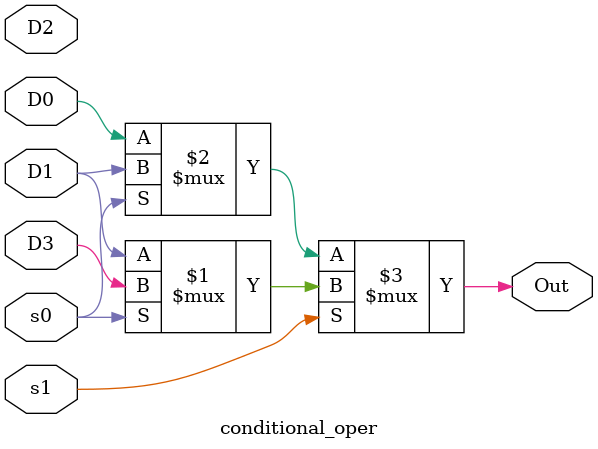
<source format=v>
`timescale 1ns / 1ps


module conditional_oper(  output Out, input D0, D1, D2, D3, s0, s1 );
// 4 bit multiplexer 

assign Out = s1? (s0 ? D3: D1) : (s0? D1:D0);

endmodule

</source>
